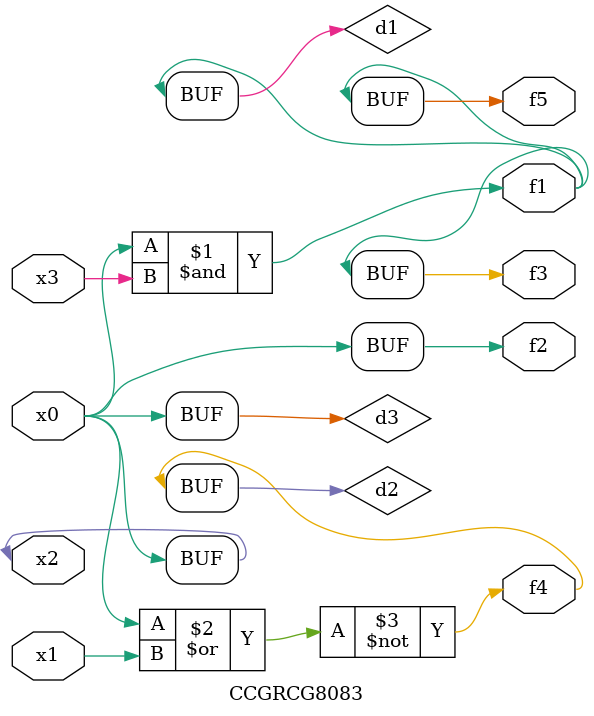
<source format=v>
module CCGRCG8083(
	input x0, x1, x2, x3,
	output f1, f2, f3, f4, f5
);

	wire d1, d2, d3;

	and (d1, x2, x3);
	nor (d2, x0, x1);
	buf (d3, x0, x2);
	assign f1 = d1;
	assign f2 = d3;
	assign f3 = d1;
	assign f4 = d2;
	assign f5 = d1;
endmodule

</source>
